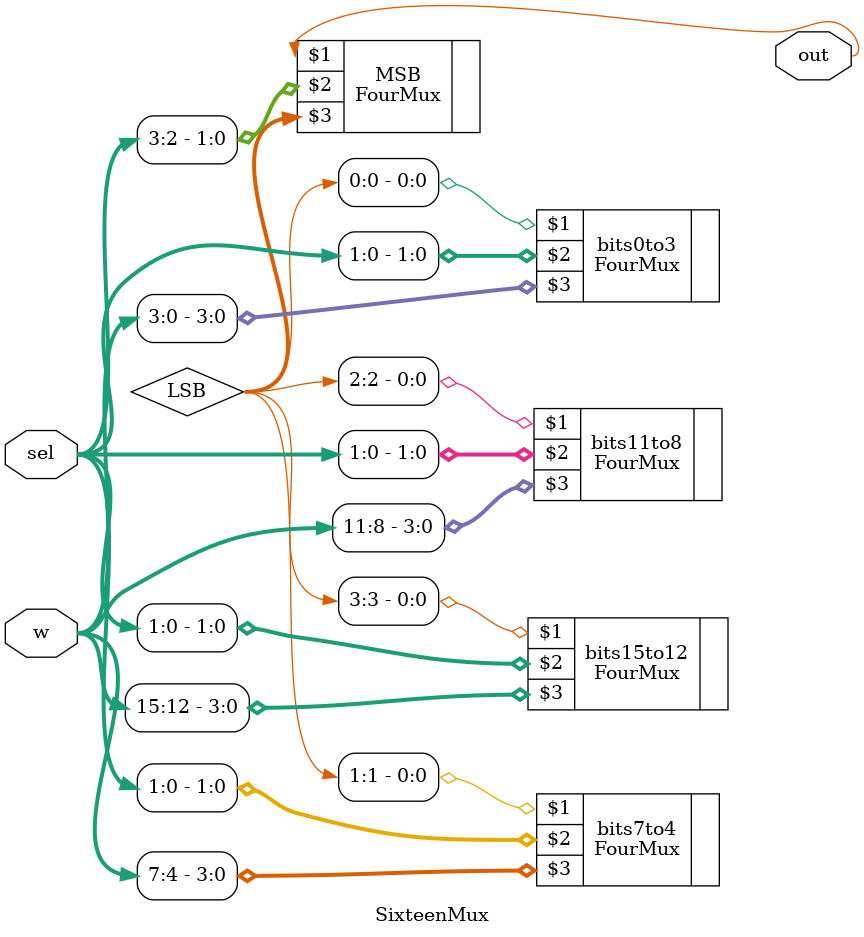
<source format=v>
/*
	A 32:1 mux with:
		output: out
		inputs:
			sel[4:0] the line selector
			w[31:0] the input lines to the mux
*/

module ThirtyTwoMux(out, sel, w);
	output		out;
	input [4:0]	sel;
	input [31:0]  w;
	wire [1:0] LSB, ands;
	wire		Sel4Bar;

	SixteenMux Zeroto15		(LSB[0], sel[3:0], w[15:0]);
	SixteenMux Sixteento31	(LSB[1], sel[3:0], w[31:16]);

	not n0 (Sel4Bar, sel[4]);

	and and0 (ands[0], Sel4Bar, LSB[0]);
	and and1 (ands[1], sel[4], LSB[1]);

	or result (out, ands[1], ands[0]);
endmodule // ThirtyTwoMux




/*
	This module instantiates 5 4:1 muxes
	to create a 16:1 mux

	Design taken from "Fundamentals of Digital Design" 2nd Ed.
	Chapter 4, Page 192, Figure 4.4

	Verilog Synthesis by Mitchell Orsucci
	Last Modified: 1.15.17
 */

module SixteenMux (out, sel, w);
	output out;
	input  [15:0] w;
	input  [3:0] sel;
	
	// Pool the outputs of the two LSB and the four 4:1
	// Muxes that they come from
	wire	[3:0] LSB;

	FourMux bits0to3	(LSB[0], sel[1:0], w[3:0]);
	FourMux bits7to4	(LSB[1], sel[1:0], w[7:4]);
	FourMux bits11to8	(LSB[2], sel[1:0], w[11:8]);
	FourMux bits15to12	(LSB[3], sel[1:0], w[15:12]);

	FourMux MSB			(out, sel[3:2], LSB);

endmodule // SixteenMux

</source>
